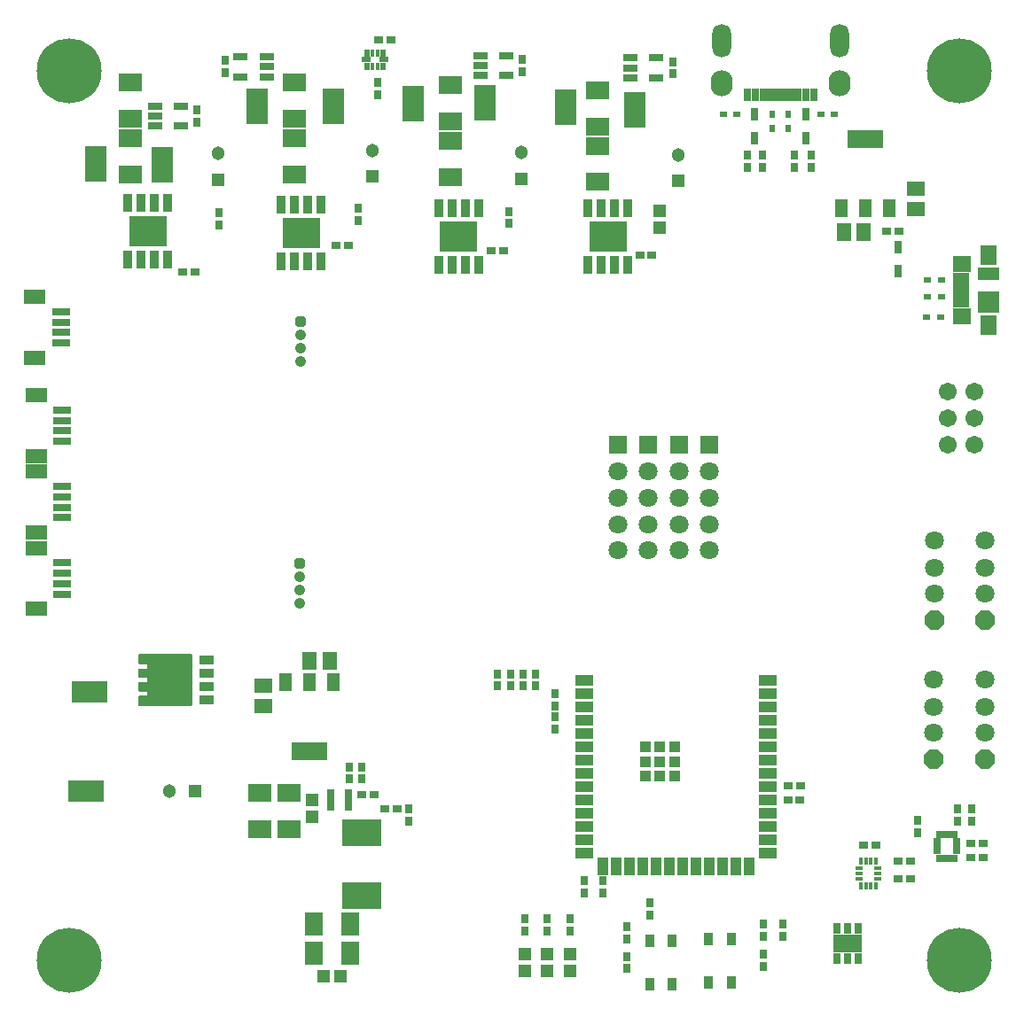
<source format=gbr>
%TF.GenerationSoftware,Altium Limited,Altium Designer,21.7.2 (23)*%
G04 Layer_Color=8388736*
%FSLAX24Y24*%
%MOIN*%
%TF.SameCoordinates,F115D885-3665-466D-A638-D1939FCD3409*%
%TF.FilePolarity,Negative*%
%TF.FileFunction,Soldermask,Top*%
%TF.Part,Single*%
G01*
G75*
%TA.AperFunction,SMDPad,CuDef*%
%ADD78R,0.0330X0.0316*%
%ADD80R,0.0316X0.0330*%
%TA.AperFunction,ComponentPad*%
%ADD82C,0.0671*%
%ADD83C,0.0710*%
%ADD84R,0.0710X0.0710*%
%ADD85C,0.0513*%
%ADD86R,0.0513X0.0513*%
%ADD87O,0.0710X0.1261*%
%ADD88O,0.0828X0.0978*%
G04:AMPARAMS|DCode=89|XSize=41.5mil|YSize=41.5mil|CornerRadius=0mil|HoleSize=0mil|Usage=FLASHONLY|Rotation=270.000|XOffset=0mil|YOffset=0mil|HoleType=Round|Shape=Octagon|*
%AMOCTAGOND89*
4,1,8,-0.0104,-0.0207,0.0104,-0.0207,0.0207,-0.0104,0.0207,0.0104,0.0104,0.0207,-0.0104,0.0207,-0.0207,0.0104,-0.0207,-0.0104,-0.0104,-0.0207,0.0*
%
%ADD89OCTAGOND89*%

%ADD90C,0.0415*%
G04:AMPARAMS|DCode=91|XSize=71mil|YSize=71mil|CornerRadius=0mil|HoleSize=0mil|Usage=FLASHONLY|Rotation=90.000|XOffset=0mil|YOffset=0mil|HoleType=Round|Shape=Octagon|*
%AMOCTAGOND91*
4,1,8,0.0177,0.0355,-0.0177,0.0355,-0.0355,0.0177,-0.0355,-0.0177,-0.0177,-0.0355,0.0177,-0.0355,0.0355,-0.0177,0.0355,0.0177,0.0177,0.0355,0.0*
%
%ADD91OCTAGOND91*%

%TA.AperFunction,ViaPad*%
%ADD92C,0.2442*%
%TA.AperFunction,ComponentPad*%
%ADD93R,0.0513X0.0513*%
%TA.AperFunction,SMDPad,CuDef*%
%ADD97R,0.0552X0.0316*%
%ADD98R,0.0867X0.0680*%
%TA.AperFunction,BGAPad,CuDef*%
%ADD99R,0.0434X0.0434*%
%TA.AperFunction,SMDPad,CuDef*%
%ADD100R,0.0671X0.0434*%
%ADD101R,0.0434X0.0671*%
%ADD102R,0.0552X0.0336*%
%ADD103R,0.1261X0.1655*%
%ADD104R,0.0474X0.0460*%
%TA.AperFunction,ConnectorPad*%
%ADD105R,0.0710X0.0316*%
%ADD106R,0.0789X0.0552*%
%TA.AperFunction,SMDPad,CuDef*%
%ADD107R,0.0198X0.0306*%
%ADD108R,0.0178X0.0306*%
%ADD109R,0.0328X0.0218*%
%ADD110R,0.0789X0.1340*%
%ADD111R,0.1419X0.1147*%
%ADD112R,0.0336X0.0680*%
%ADD113R,0.0198X0.0513*%
%ADD114R,0.0316X0.0513*%
%ADD115R,0.0257X0.0415*%
%ADD116R,0.1064X0.0710*%
%ADD117R,0.0178X0.0267*%
%ADD118R,0.0267X0.0178*%
%ADD119R,0.0316X0.0198*%
%ADD120R,0.0198X0.0316*%
%ADD121R,0.0680X0.0867*%
%ADD122R,0.0267X0.0198*%
%ADD123R,0.1458X0.0986*%
%ADD124R,0.1340X0.0789*%
%ADD125R,0.0454X0.0651*%
%ADD126R,0.1360X0.0651*%
%ADD127R,0.0671X0.0530*%
%ADD128R,0.0269X0.0237*%
%ADD129R,0.0277X0.0503*%
%ADD130R,0.0623X0.0257*%
%ADD131R,0.0690X0.0641*%
%ADD132R,0.0592X0.0730*%
%ADD133R,0.0828X0.0789*%
%ADD134R,0.0828X0.0474*%
%ADD135R,0.0336X0.0493*%
%TA.AperFunction,ConnectorPad*%
%ADD136R,0.0336X0.0493*%
%TA.AperFunction,SMDPad,CuDef*%
%ADD137R,0.0237X0.0269*%
%ADD138R,0.0530X0.0671*%
%ADD139R,0.0460X0.0474*%
G36*
X6541Y13504D02*
X6546Y13503D01*
X6551Y13502D01*
X6555Y13499D01*
X6560Y13496D01*
X6564Y13493D01*
X6567Y13489D01*
X6570Y13485D01*
X6572Y13480D01*
X6574Y13475D01*
X6575Y13470D01*
X6576Y13465D01*
Y11575D01*
X6575Y11570D01*
X6574Y11564D01*
X6572Y11559D01*
X6570Y11555D01*
X6567Y11550D01*
X6564Y11546D01*
X6560Y11543D01*
X6555Y11540D01*
X6551Y11538D01*
X6546Y11536D01*
X6541Y11535D01*
X6535Y11535D01*
X4606D01*
X4601Y11535D01*
X4596Y11536D01*
X4591Y11538D01*
X4586Y11540D01*
X4582Y11543D01*
X4578Y11546D01*
X4575Y11550D01*
X4572Y11555D01*
X4569Y11559D01*
X4568Y11564D01*
X4567Y11570D01*
X4566Y11575D01*
Y11890D01*
X4567Y11895D01*
X4568Y11900D01*
X4569Y11905D01*
X4572Y11910D01*
X4575Y11914D01*
X4578Y11918D01*
X4582Y11922D01*
X4586Y11924D01*
X4591Y11927D01*
X4596Y11928D01*
X4601Y11930D01*
X4606Y11930D01*
X4881D01*
Y12086D01*
X4606D01*
X4601Y12086D01*
X4596Y12087D01*
X4591Y12089D01*
X4586Y12091D01*
X4582Y12094D01*
X4578Y12098D01*
X4575Y12102D01*
X4572Y12106D01*
X4569Y12111D01*
X4568Y12116D01*
X4567Y12121D01*
X4566Y12126D01*
Y12402D01*
X4567Y12407D01*
X4568Y12412D01*
X4569Y12417D01*
X4572Y12422D01*
X4575Y12426D01*
X4578Y12430D01*
X4582Y12433D01*
X4586Y12436D01*
X4591Y12439D01*
X4596Y12440D01*
X4601Y12441D01*
X4606Y12442D01*
X4881D01*
Y12598D01*
X4606D01*
X4601Y12598D01*
X4596Y12599D01*
X4591Y12601D01*
X4586Y12603D01*
X4582Y12606D01*
X4578Y12609D01*
X4575Y12613D01*
X4572Y12618D01*
X4569Y12622D01*
X4568Y12627D01*
X4567Y12633D01*
X4566Y12638D01*
Y12913D01*
X4567Y12919D01*
X4568Y12924D01*
X4569Y12929D01*
X4572Y12933D01*
X4575Y12938D01*
X4578Y12942D01*
X4582Y12945D01*
X4586Y12948D01*
X4591Y12950D01*
X4596Y12952D01*
X4601Y12953D01*
X4606Y12953D01*
X4881D01*
Y13110D01*
X4606D01*
X4601Y13110D01*
X4596Y13111D01*
X4591Y13113D01*
X4586Y13115D01*
X4582Y13118D01*
X4578Y13121D01*
X4575Y13125D01*
X4572Y13130D01*
X4569Y13134D01*
X4568Y13139D01*
X4567Y13144D01*
X4566Y13150D01*
Y13465D01*
X4567Y13470D01*
X4568Y13475D01*
X4569Y13480D01*
X4572Y13485D01*
X4575Y13489D01*
X4578Y13493D01*
X4582Y13496D01*
X4586Y13499D01*
X4591Y13502D01*
X4596Y13503D01*
X4601Y13504D01*
X4606Y13505D01*
X6535D01*
X6541Y13504D01*
D02*
G37*
D78*
X32277Y6299D02*
D03*
X31817D02*
D03*
X33123Y5709D02*
D03*
X33583D02*
D03*
X33576Y5039D02*
D03*
X33116D02*
D03*
X29443Y8543D02*
D03*
X28983D02*
D03*
X29436Y7992D02*
D03*
X28976D02*
D03*
X14049Y36614D02*
D03*
X13589D02*
D03*
X6233Y27874D02*
D03*
X6693D02*
D03*
X11994Y28858D02*
D03*
X12454D02*
D03*
X17827Y28661D02*
D03*
X18287D02*
D03*
X23412Y28504D02*
D03*
X23872D02*
D03*
X33143Y29409D02*
D03*
X32683D02*
D03*
X36326Y6378D02*
D03*
X35866D02*
D03*
X36326Y5827D02*
D03*
X35866D02*
D03*
X13419Y8189D02*
D03*
X12959D02*
D03*
X13825Y7677D02*
D03*
X14285D02*
D03*
D80*
X33858Y7232D02*
D03*
Y6772D02*
D03*
X24646Y35321D02*
D03*
Y35781D02*
D03*
X18976Y35400D02*
D03*
Y35860D02*
D03*
X7835Y35821D02*
D03*
Y35361D02*
D03*
X28780Y3340D02*
D03*
Y2880D02*
D03*
X19094Y3537D02*
D03*
Y3077D02*
D03*
X19921Y3537D02*
D03*
Y3077D02*
D03*
X20787Y3531D02*
D03*
Y3071D02*
D03*
X13543Y34534D02*
D03*
Y34994D02*
D03*
X7598Y30112D02*
D03*
Y29652D02*
D03*
X12815Y30269D02*
D03*
Y29809D02*
D03*
X18484Y30151D02*
D03*
Y29691D02*
D03*
X6772Y33510D02*
D03*
Y33970D02*
D03*
X23775Y4126D02*
D03*
Y3666D02*
D03*
X28071Y2199D02*
D03*
Y1739D02*
D03*
Y2880D02*
D03*
Y3340D02*
D03*
X22908Y2767D02*
D03*
Y3227D02*
D03*
Y2118D02*
D03*
Y1658D02*
D03*
X27441Y32277D02*
D03*
Y31817D02*
D03*
X29843Y32277D02*
D03*
Y31817D02*
D03*
X20236Y11542D02*
D03*
Y12002D02*
D03*
Y11136D02*
D03*
Y10676D02*
D03*
X19488Y12290D02*
D03*
Y12750D02*
D03*
X19016Y12290D02*
D03*
Y12750D02*
D03*
X18543D02*
D03*
Y12290D02*
D03*
X18071D02*
D03*
Y12750D02*
D03*
X28031Y31817D02*
D03*
Y32277D02*
D03*
X29213Y31817D02*
D03*
Y32277D02*
D03*
X21339Y4494D02*
D03*
Y4954D02*
D03*
X22008D02*
D03*
Y4494D02*
D03*
X35354Y7671D02*
D03*
Y7211D02*
D03*
X35906Y7671D02*
D03*
Y7211D02*
D03*
X14724Y7211D02*
D03*
Y7671D02*
D03*
X12953Y8792D02*
D03*
Y9252D02*
D03*
X12480Y8792D02*
D03*
Y9252D02*
D03*
D82*
X34984Y23362D02*
D03*
X35984D02*
D03*
X34984Y22362D02*
D03*
X35984D02*
D03*
X34984Y21362D02*
D03*
X35984D02*
D03*
D83*
X22598Y19386D02*
D03*
Y17402D02*
D03*
Y18386D02*
D03*
Y20354D02*
D03*
X23740Y19386D02*
D03*
Y17402D02*
D03*
Y18386D02*
D03*
Y20354D02*
D03*
X24882Y19386D02*
D03*
Y17402D02*
D03*
Y18386D02*
D03*
Y20354D02*
D03*
X26024Y19386D02*
D03*
Y17402D02*
D03*
Y18386D02*
D03*
Y20354D02*
D03*
X36378Y16732D02*
D03*
Y15764D02*
D03*
Y17764D02*
D03*
X34488Y16728D02*
D03*
Y15760D02*
D03*
Y17760D02*
D03*
X36378Y11520D02*
D03*
Y10551D02*
D03*
Y12551D02*
D03*
X34449Y11520D02*
D03*
Y10551D02*
D03*
Y12551D02*
D03*
D84*
X22598Y21354D02*
D03*
X23740D02*
D03*
X24882D02*
D03*
X26024D02*
D03*
D85*
X13366Y32441D02*
D03*
X18957Y32362D02*
D03*
X7559Y32323D02*
D03*
X24862Y32283D02*
D03*
X5709Y8346D02*
D03*
D86*
X13366Y31457D02*
D03*
X18957Y31378D02*
D03*
X7559Y31339D02*
D03*
X24862Y31299D02*
D03*
D87*
X26488Y36555D02*
D03*
X30913D02*
D03*
D88*
X26488Y34980D02*
D03*
X30913D02*
D03*
D89*
X10669Y25988D02*
D03*
X10630Y16892D02*
D03*
D90*
X10669Y25488D02*
D03*
Y24988D02*
D03*
Y24488D02*
D03*
X10630Y16392D02*
D03*
Y15892D02*
D03*
Y15392D02*
D03*
D91*
X36378Y14764D02*
D03*
X34488Y14760D02*
D03*
X36378Y9551D02*
D03*
X34449D02*
D03*
D92*
X35433Y1969D02*
D03*
X1969D02*
D03*
Y35433D02*
D03*
X35433D02*
D03*
D93*
X6693Y8346D02*
D03*
D97*
X24035Y35925D02*
D03*
Y35177D02*
D03*
X23051D02*
D03*
Y35551D02*
D03*
Y35925D02*
D03*
X18406Y36004D02*
D03*
Y35256D02*
D03*
X17421D02*
D03*
Y35630D02*
D03*
Y36004D02*
D03*
X8406Y35217D02*
D03*
Y35965D02*
D03*
X9390D02*
D03*
Y35591D02*
D03*
Y35217D02*
D03*
X6161Y34114D02*
D03*
Y33366D02*
D03*
X5177D02*
D03*
Y33740D02*
D03*
Y34114D02*
D03*
D98*
X21811Y32620D02*
D03*
Y31260D02*
D03*
X16299Y32806D02*
D03*
Y31446D02*
D03*
X10433Y32913D02*
D03*
Y31553D02*
D03*
X4252Y32895D02*
D03*
Y31535D02*
D03*
X10433Y33651D02*
D03*
Y35011D02*
D03*
X16299Y33533D02*
D03*
Y34893D02*
D03*
X4252Y33651D02*
D03*
Y35011D02*
D03*
X21811Y33346D02*
D03*
Y34706D02*
D03*
X9134Y6918D02*
D03*
Y8278D02*
D03*
X10236Y6918D02*
D03*
Y8278D02*
D03*
D99*
X24173Y10000D02*
D03*
X24724D02*
D03*
Y9449D02*
D03*
Y8898D02*
D03*
X24173D02*
D03*
X23622D02*
D03*
Y9449D02*
D03*
Y10000D02*
D03*
X24173Y9449D02*
D03*
D100*
X28209Y12488D02*
D03*
Y11988D02*
D03*
Y11488D02*
D03*
Y10988D02*
D03*
Y10488D02*
D03*
Y9988D02*
D03*
Y9488D02*
D03*
Y8988D02*
D03*
Y8488D02*
D03*
Y7988D02*
D03*
Y7488D02*
D03*
Y6988D02*
D03*
Y6488D02*
D03*
Y5988D02*
D03*
X21319D02*
D03*
Y6488D02*
D03*
Y6988D02*
D03*
Y7488D02*
D03*
Y7988D02*
D03*
Y8488D02*
D03*
Y8988D02*
D03*
Y9488D02*
D03*
Y9988D02*
D03*
Y10488D02*
D03*
Y10988D02*
D03*
Y11488D02*
D03*
Y11988D02*
D03*
Y12488D02*
D03*
D101*
X27514Y5496D02*
D03*
X27014D02*
D03*
X26514D02*
D03*
X26014D02*
D03*
X25514D02*
D03*
X25014D02*
D03*
X24514D02*
D03*
X24014D02*
D03*
X23514D02*
D03*
X23014D02*
D03*
X22514D02*
D03*
X22014D02*
D03*
D102*
X7130Y11770D02*
D03*
Y12270D02*
D03*
Y12770D02*
D03*
Y13270D02*
D03*
D103*
X5748Y12520D02*
D03*
D104*
X20787Y1570D02*
D03*
Y2210D02*
D03*
X24154Y30163D02*
D03*
Y29523D02*
D03*
X19921Y1570D02*
D03*
Y2210D02*
D03*
X19094D02*
D03*
Y1570D02*
D03*
X11102Y7357D02*
D03*
Y7997D02*
D03*
D105*
X1654Y25984D02*
D03*
Y25197D02*
D03*
Y25591D02*
D03*
Y26378D02*
D03*
X1693Y22283D02*
D03*
Y21496D02*
D03*
Y21890D02*
D03*
Y22677D02*
D03*
Y19409D02*
D03*
Y18622D02*
D03*
Y19016D02*
D03*
Y19803D02*
D03*
Y16535D02*
D03*
Y15748D02*
D03*
Y16142D02*
D03*
Y16929D02*
D03*
D106*
X669Y26929D02*
D03*
Y24646D02*
D03*
X709Y23228D02*
D03*
Y20945D02*
D03*
Y20354D02*
D03*
Y18071D02*
D03*
Y17480D02*
D03*
Y15197D02*
D03*
D107*
X13760Y36117D02*
D03*
X13169D02*
D03*
Y35615D02*
D03*
X13760D02*
D03*
D108*
X13563Y36117D02*
D03*
X13366D02*
D03*
Y35615D02*
D03*
X13563D02*
D03*
D109*
X13126Y35866D02*
D03*
X13803D02*
D03*
D110*
X14882Y34213D02*
D03*
X11890Y34094D02*
D03*
X9016D02*
D03*
X2953Y31929D02*
D03*
X17598Y34252D02*
D03*
X5472Y31890D02*
D03*
X20630Y34055D02*
D03*
X23228Y33976D02*
D03*
D111*
X16594Y29213D02*
D03*
X4921Y29409D02*
D03*
X10689Y29331D02*
D03*
X22209Y29215D02*
D03*
D112*
X15844Y30280D02*
D03*
X16344D02*
D03*
X16844D02*
D03*
X17344D02*
D03*
Y28145D02*
D03*
X16844D02*
D03*
X16344D02*
D03*
X15844D02*
D03*
X4171Y30477D02*
D03*
X4671D02*
D03*
X5171D02*
D03*
X5671D02*
D03*
Y28342D02*
D03*
X5171D02*
D03*
X4671D02*
D03*
X4171D02*
D03*
X9939Y30398D02*
D03*
X10439D02*
D03*
X10939D02*
D03*
X11439D02*
D03*
Y28263D02*
D03*
X10939D02*
D03*
X10439D02*
D03*
X9939D02*
D03*
X21459Y30283D02*
D03*
X21959D02*
D03*
X22459D02*
D03*
X22959D02*
D03*
Y28147D02*
D03*
X22459D02*
D03*
X21959D02*
D03*
X21459D02*
D03*
D113*
X29390Y34528D02*
D03*
X28996D02*
D03*
X28406D02*
D03*
X28012D02*
D03*
X28209D02*
D03*
X28602D02*
D03*
X28799D02*
D03*
X29193D02*
D03*
D114*
X27441D02*
D03*
X27756D02*
D03*
X29646D02*
D03*
X29961D02*
D03*
D115*
X30827Y2028D02*
D03*
X31220D02*
D03*
X31614D02*
D03*
Y3169D02*
D03*
X31220D02*
D03*
X30827D02*
D03*
D116*
X31220Y2598D02*
D03*
D117*
X31713Y4778D02*
D03*
X31909D02*
D03*
X32106D02*
D03*
X32303D02*
D03*
Y5694D02*
D03*
X32106D02*
D03*
X31909D02*
D03*
X31713D02*
D03*
D118*
X32367Y5039D02*
D03*
Y5236D02*
D03*
Y5433D02*
D03*
X31648D02*
D03*
Y5236D02*
D03*
Y5039D02*
D03*
D119*
X34606Y6063D02*
D03*
Y6260D02*
D03*
Y6457D02*
D03*
X35315D02*
D03*
Y6260D02*
D03*
Y6063D02*
D03*
D120*
X34665Y6713D02*
D03*
X34862D02*
D03*
X35059D02*
D03*
X35256D02*
D03*
Y5807D02*
D03*
X35059D02*
D03*
X34862D02*
D03*
X34665D02*
D03*
D121*
X12530Y2244D02*
D03*
X11170D02*
D03*
Y3346D02*
D03*
X12530D02*
D03*
D122*
X12456Y8287D02*
D03*
Y8091D02*
D03*
Y7894D02*
D03*
Y7697D02*
D03*
X11796D02*
D03*
Y7894D02*
D03*
Y8091D02*
D03*
Y8287D02*
D03*
D123*
X12953Y6772D02*
D03*
Y4409D02*
D03*
D124*
X2598Y8346D02*
D03*
X2733Y12058D02*
D03*
D125*
X30988Y30276D02*
D03*
X31890D02*
D03*
X32791D02*
D03*
X11882Y12441D02*
D03*
X10980D02*
D03*
X10079D02*
D03*
D126*
X31890Y32874D02*
D03*
X10980Y9843D02*
D03*
D127*
X9252Y11535D02*
D03*
Y12295D02*
D03*
X33780Y30250D02*
D03*
Y31010D02*
D03*
D128*
X34189Y26181D02*
D03*
X34709D02*
D03*
X27071Y33819D02*
D03*
X26551D02*
D03*
X30213D02*
D03*
X30732D02*
D03*
X34748Y26929D02*
D03*
X34228D02*
D03*
X34748Y27559D02*
D03*
X34228D02*
D03*
D129*
X27717Y32889D02*
D03*
Y33804D02*
D03*
X33110Y27889D02*
D03*
Y28804D02*
D03*
X29646Y32889D02*
D03*
Y33804D02*
D03*
D130*
X35488Y26673D02*
D03*
Y26929D02*
D03*
Y27185D02*
D03*
Y27441D02*
D03*
Y27697D02*
D03*
D131*
X35522Y26206D02*
D03*
Y28164D02*
D03*
D132*
X36535Y25856D02*
D03*
Y28514D02*
D03*
D133*
Y26732D02*
D03*
D134*
Y27795D02*
D03*
D135*
X24631Y2705D02*
D03*
Y1072D02*
D03*
X23784Y2705D02*
D03*
Y1072D02*
D03*
D136*
X25994Y1152D02*
D03*
Y2785D02*
D03*
X26841Y1152D02*
D03*
Y2785D02*
D03*
D137*
X28976Y33803D02*
D03*
Y33283D02*
D03*
X28386Y33803D02*
D03*
Y33283D02*
D03*
D138*
X10998Y13228D02*
D03*
X11758D02*
D03*
X31837Y29370D02*
D03*
X31077D02*
D03*
D139*
X11530Y1378D02*
D03*
X12170D02*
D03*
%TF.MD5,d319c2dce56db01fffb58bd7614e8772*%
M02*

</source>
